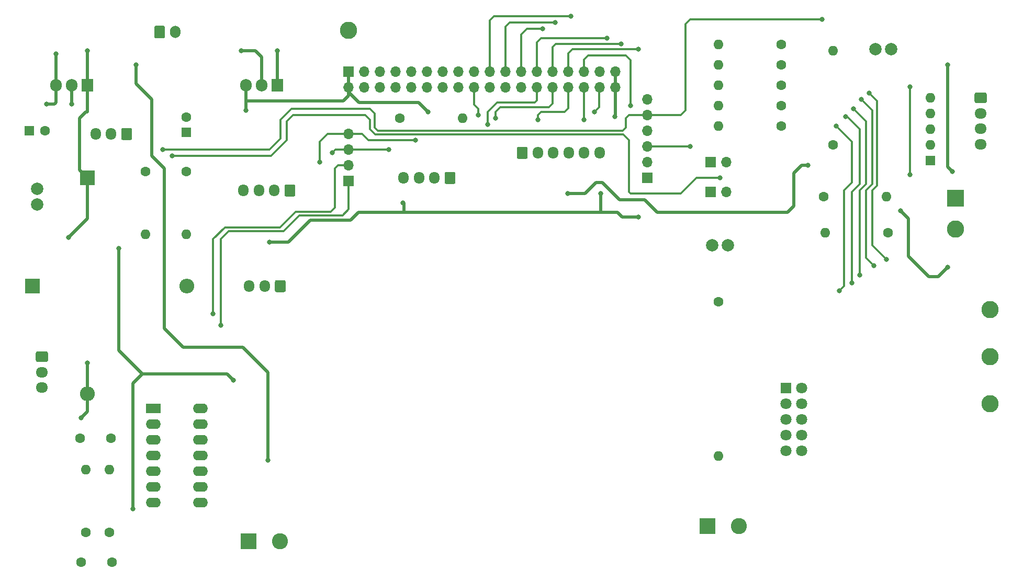
<source format=gtl>
G04 #@! TF.GenerationSoftware,KiCad,Pcbnew,(5.1.5)-3*
G04 #@! TF.CreationDate,2022-04-15T22:29:16+02:00*
G04 #@! TF.ProjectId,Extension Board,45787465-6e73-4696-9f6e-20426f617264,1*
G04 #@! TF.SameCoordinates,Original*
G04 #@! TF.FileFunction,Copper,L1,Top*
G04 #@! TF.FilePolarity,Positive*
%FSLAX46Y46*%
G04 Gerber Fmt 4.6, Leading zero omitted, Abs format (unit mm)*
G04 Created by KiCad (PCBNEW (5.1.5)-3) date 2022-04-15 22:29:16*
%MOMM*%
%LPD*%
G04 APERTURE LIST*
%ADD10O,1.600000X1.600000*%
%ADD11C,1.600000*%
%ADD12O,1.700000X1.700000*%
%ADD13R,1.700000X1.700000*%
%ADD14C,2.600000*%
%ADD15R,2.600000X2.600000*%
%ADD16C,2.800000*%
%ADD17C,1.800000*%
%ADD18R,1.800000X1.800000*%
%ADD19C,2.000000*%
%ADD20R,2.800000X2.800000*%
%ADD21O,1.700000X2.000000*%
%ADD22C,0.100000*%
%ADD23O,1.700000X1.950000*%
%ADD24O,1.950000X1.700000*%
%ADD25O,1.905000X2.000000*%
%ADD26R,1.905000X2.000000*%
%ADD27O,2.400000X1.600000*%
%ADD28R,2.400000X1.600000*%
%ADD29R,1.600000X1.600000*%
%ADD30O,2.400000X2.400000*%
%ADD31R,2.400000X2.400000*%
%ADD32C,0.800000*%
%ADD33C,0.500000*%
%ADD34C,0.300000*%
G04 APERTURE END LIST*
D10*
X170180000Y-44450000D03*
D11*
X170180000Y-59690000D03*
D10*
X151638000Y-110090000D03*
D11*
X151638000Y-85090000D03*
D12*
X91795600Y-57912000D03*
X91795600Y-60452000D03*
X91795600Y-62992000D03*
D13*
X91795600Y-65532000D03*
D12*
X140081000Y-52349400D03*
X140081000Y-54889400D03*
X140081000Y-57429400D03*
X140081000Y-59969400D03*
X140081000Y-62509400D03*
D13*
X140081000Y-65049400D03*
D14*
X154940000Y-121412000D03*
D15*
X149860000Y-121412000D03*
D16*
X195580000Y-86360000D03*
X195580000Y-101600000D03*
X195580000Y-93980000D03*
X91795600Y-41148000D03*
D17*
X165100000Y-109220000D03*
X162560000Y-109220000D03*
X165100000Y-106680000D03*
X162560000Y-106680000D03*
X165100000Y-104140000D03*
X162560000Y-104140000D03*
X165100000Y-101600000D03*
X162560000Y-101600000D03*
X165100000Y-99060000D03*
D18*
X162560000Y-99060000D03*
D19*
X177038000Y-44196000D03*
X179578000Y-44196000D03*
X150622000Y-75946000D03*
X153162000Y-75946000D03*
D16*
X189992000Y-73326000D03*
D20*
X189992000Y-68326000D03*
D14*
X80645000Y-123825000D03*
D15*
X75565000Y-123825000D03*
D21*
X63714000Y-41402000D03*
G04 #@! TA.AperFunction,ComponentPad*
D22*
G36*
X61838504Y-40403204D02*
G01*
X61862773Y-40406804D01*
X61886571Y-40412765D01*
X61909671Y-40421030D01*
X61931849Y-40431520D01*
X61952893Y-40444133D01*
X61972598Y-40458747D01*
X61990777Y-40475223D01*
X62007253Y-40493402D01*
X62021867Y-40513107D01*
X62034480Y-40534151D01*
X62044970Y-40556329D01*
X62053235Y-40579429D01*
X62059196Y-40603227D01*
X62062796Y-40627496D01*
X62064000Y-40652000D01*
X62064000Y-42152000D01*
X62062796Y-42176504D01*
X62059196Y-42200773D01*
X62053235Y-42224571D01*
X62044970Y-42247671D01*
X62034480Y-42269849D01*
X62021867Y-42290893D01*
X62007253Y-42310598D01*
X61990777Y-42328777D01*
X61972598Y-42345253D01*
X61952893Y-42359867D01*
X61931849Y-42372480D01*
X61909671Y-42382970D01*
X61886571Y-42391235D01*
X61862773Y-42397196D01*
X61838504Y-42400796D01*
X61814000Y-42402000D01*
X60614000Y-42402000D01*
X60589496Y-42400796D01*
X60565227Y-42397196D01*
X60541429Y-42391235D01*
X60518329Y-42382970D01*
X60496151Y-42372480D01*
X60475107Y-42359867D01*
X60455402Y-42345253D01*
X60437223Y-42328777D01*
X60420747Y-42310598D01*
X60406133Y-42290893D01*
X60393520Y-42269849D01*
X60383030Y-42247671D01*
X60374765Y-42224571D01*
X60368804Y-42200773D01*
X60365204Y-42176504D01*
X60364000Y-42152000D01*
X60364000Y-40652000D01*
X60365204Y-40627496D01*
X60368804Y-40603227D01*
X60374765Y-40579429D01*
X60383030Y-40556329D01*
X60393520Y-40534151D01*
X60406133Y-40513107D01*
X60420747Y-40493402D01*
X60437223Y-40475223D01*
X60455402Y-40458747D01*
X60475107Y-40444133D01*
X60496151Y-40431520D01*
X60518329Y-40421030D01*
X60541429Y-40412765D01*
X60565227Y-40406804D01*
X60589496Y-40403204D01*
X60614000Y-40402000D01*
X61814000Y-40402000D01*
X61838504Y-40403204D01*
G37*
G04 #@! TD.AperFunction*
D23*
X100704000Y-65024000D03*
X103204000Y-65024000D03*
X105704000Y-65024000D03*
G04 #@! TA.AperFunction,ComponentPad*
D22*
G36*
X108828504Y-64050204D02*
G01*
X108852773Y-64053804D01*
X108876571Y-64059765D01*
X108899671Y-64068030D01*
X108921849Y-64078520D01*
X108942893Y-64091133D01*
X108962598Y-64105747D01*
X108980777Y-64122223D01*
X108997253Y-64140402D01*
X109011867Y-64160107D01*
X109024480Y-64181151D01*
X109034970Y-64203329D01*
X109043235Y-64226429D01*
X109049196Y-64250227D01*
X109052796Y-64274496D01*
X109054000Y-64299000D01*
X109054000Y-65749000D01*
X109052796Y-65773504D01*
X109049196Y-65797773D01*
X109043235Y-65821571D01*
X109034970Y-65844671D01*
X109024480Y-65866849D01*
X109011867Y-65887893D01*
X108997253Y-65907598D01*
X108980777Y-65925777D01*
X108962598Y-65942253D01*
X108942893Y-65956867D01*
X108921849Y-65969480D01*
X108899671Y-65979970D01*
X108876571Y-65988235D01*
X108852773Y-65994196D01*
X108828504Y-65997796D01*
X108804000Y-65999000D01*
X107604000Y-65999000D01*
X107579496Y-65997796D01*
X107555227Y-65994196D01*
X107531429Y-65988235D01*
X107508329Y-65979970D01*
X107486151Y-65969480D01*
X107465107Y-65956867D01*
X107445402Y-65942253D01*
X107427223Y-65925777D01*
X107410747Y-65907598D01*
X107396133Y-65887893D01*
X107383520Y-65866849D01*
X107373030Y-65844671D01*
X107364765Y-65821571D01*
X107358804Y-65797773D01*
X107355204Y-65773504D01*
X107354000Y-65749000D01*
X107354000Y-64299000D01*
X107355204Y-64274496D01*
X107358804Y-64250227D01*
X107364765Y-64226429D01*
X107373030Y-64203329D01*
X107383520Y-64181151D01*
X107396133Y-64160107D01*
X107410747Y-64140402D01*
X107427223Y-64122223D01*
X107445402Y-64105747D01*
X107465107Y-64091133D01*
X107486151Y-64078520D01*
X107508329Y-64068030D01*
X107531429Y-64059765D01*
X107555227Y-64053804D01*
X107579496Y-64050204D01*
X107604000Y-64049000D01*
X108804000Y-64049000D01*
X108828504Y-64050204D01*
G37*
G04 #@! TD.AperFunction*
D23*
X74796000Y-67056000D03*
X77296000Y-67056000D03*
X79796000Y-67056000D03*
G04 #@! TA.AperFunction,ComponentPad*
D22*
G36*
X82920504Y-66082204D02*
G01*
X82944773Y-66085804D01*
X82968571Y-66091765D01*
X82991671Y-66100030D01*
X83013849Y-66110520D01*
X83034893Y-66123133D01*
X83054598Y-66137747D01*
X83072777Y-66154223D01*
X83089253Y-66172402D01*
X83103867Y-66192107D01*
X83116480Y-66213151D01*
X83126970Y-66235329D01*
X83135235Y-66258429D01*
X83141196Y-66282227D01*
X83144796Y-66306496D01*
X83146000Y-66331000D01*
X83146000Y-67781000D01*
X83144796Y-67805504D01*
X83141196Y-67829773D01*
X83135235Y-67853571D01*
X83126970Y-67876671D01*
X83116480Y-67898849D01*
X83103867Y-67919893D01*
X83089253Y-67939598D01*
X83072777Y-67957777D01*
X83054598Y-67974253D01*
X83034893Y-67988867D01*
X83013849Y-68001480D01*
X82991671Y-68011970D01*
X82968571Y-68020235D01*
X82944773Y-68026196D01*
X82920504Y-68029796D01*
X82896000Y-68031000D01*
X81696000Y-68031000D01*
X81671496Y-68029796D01*
X81647227Y-68026196D01*
X81623429Y-68020235D01*
X81600329Y-68011970D01*
X81578151Y-68001480D01*
X81557107Y-67988867D01*
X81537402Y-67974253D01*
X81519223Y-67957777D01*
X81502747Y-67939598D01*
X81488133Y-67919893D01*
X81475520Y-67898849D01*
X81465030Y-67876671D01*
X81456765Y-67853571D01*
X81450804Y-67829773D01*
X81447204Y-67805504D01*
X81446000Y-67781000D01*
X81446000Y-66331000D01*
X81447204Y-66306496D01*
X81450804Y-66282227D01*
X81456765Y-66258429D01*
X81465030Y-66235329D01*
X81475520Y-66213151D01*
X81488133Y-66192107D01*
X81502747Y-66172402D01*
X81519223Y-66154223D01*
X81537402Y-66137747D01*
X81557107Y-66123133D01*
X81578151Y-66110520D01*
X81600329Y-66100030D01*
X81623429Y-66091765D01*
X81647227Y-66085804D01*
X81671496Y-66082204D01*
X81696000Y-66081000D01*
X82896000Y-66081000D01*
X82920504Y-66082204D01*
G37*
G04 #@! TD.AperFunction*
D24*
X194056000Y-59570000D03*
X194056000Y-57070000D03*
X194056000Y-54570000D03*
G04 #@! TA.AperFunction,ComponentPad*
D22*
G36*
X194805504Y-51221204D02*
G01*
X194829773Y-51224804D01*
X194853571Y-51230765D01*
X194876671Y-51239030D01*
X194898849Y-51249520D01*
X194919893Y-51262133D01*
X194939598Y-51276747D01*
X194957777Y-51293223D01*
X194974253Y-51311402D01*
X194988867Y-51331107D01*
X195001480Y-51352151D01*
X195011970Y-51374329D01*
X195020235Y-51397429D01*
X195026196Y-51421227D01*
X195029796Y-51445496D01*
X195031000Y-51470000D01*
X195031000Y-52670000D01*
X195029796Y-52694504D01*
X195026196Y-52718773D01*
X195020235Y-52742571D01*
X195011970Y-52765671D01*
X195001480Y-52787849D01*
X194988867Y-52808893D01*
X194974253Y-52828598D01*
X194957777Y-52846777D01*
X194939598Y-52863253D01*
X194919893Y-52877867D01*
X194898849Y-52890480D01*
X194876671Y-52900970D01*
X194853571Y-52909235D01*
X194829773Y-52915196D01*
X194805504Y-52918796D01*
X194781000Y-52920000D01*
X193331000Y-52920000D01*
X193306496Y-52918796D01*
X193282227Y-52915196D01*
X193258429Y-52909235D01*
X193235329Y-52900970D01*
X193213151Y-52890480D01*
X193192107Y-52877867D01*
X193172402Y-52863253D01*
X193154223Y-52846777D01*
X193137747Y-52828598D01*
X193123133Y-52808893D01*
X193110520Y-52787849D01*
X193100030Y-52765671D01*
X193091765Y-52742571D01*
X193085804Y-52718773D01*
X193082204Y-52694504D01*
X193081000Y-52670000D01*
X193081000Y-51470000D01*
X193082204Y-51445496D01*
X193085804Y-51421227D01*
X193091765Y-51397429D01*
X193100030Y-51374329D01*
X193110520Y-51352151D01*
X193123133Y-51331107D01*
X193137747Y-51311402D01*
X193154223Y-51293223D01*
X193172402Y-51276747D01*
X193192107Y-51262133D01*
X193213151Y-51249520D01*
X193235329Y-51239030D01*
X193258429Y-51230765D01*
X193282227Y-51224804D01*
X193306496Y-51221204D01*
X193331000Y-51220000D01*
X194781000Y-51220000D01*
X194805504Y-51221204D01*
G37*
G04 #@! TD.AperFunction*
D23*
X132388000Y-60960000D03*
X129888000Y-60960000D03*
X127388000Y-60960000D03*
X124888000Y-60960000D03*
X122388000Y-60960000D03*
G04 #@! TA.AperFunction,ComponentPad*
D22*
G36*
X120512504Y-59986204D02*
G01*
X120536773Y-59989804D01*
X120560571Y-59995765D01*
X120583671Y-60004030D01*
X120605849Y-60014520D01*
X120626893Y-60027133D01*
X120646598Y-60041747D01*
X120664777Y-60058223D01*
X120681253Y-60076402D01*
X120695867Y-60096107D01*
X120708480Y-60117151D01*
X120718970Y-60139329D01*
X120727235Y-60162429D01*
X120733196Y-60186227D01*
X120736796Y-60210496D01*
X120738000Y-60235000D01*
X120738000Y-61685000D01*
X120736796Y-61709504D01*
X120733196Y-61733773D01*
X120727235Y-61757571D01*
X120718970Y-61780671D01*
X120708480Y-61802849D01*
X120695867Y-61823893D01*
X120681253Y-61843598D01*
X120664777Y-61861777D01*
X120646598Y-61878253D01*
X120626893Y-61892867D01*
X120605849Y-61905480D01*
X120583671Y-61915970D01*
X120560571Y-61924235D01*
X120536773Y-61930196D01*
X120512504Y-61933796D01*
X120488000Y-61935000D01*
X119288000Y-61935000D01*
X119263496Y-61933796D01*
X119239227Y-61930196D01*
X119215429Y-61924235D01*
X119192329Y-61915970D01*
X119170151Y-61905480D01*
X119149107Y-61892867D01*
X119129402Y-61878253D01*
X119111223Y-61861777D01*
X119094747Y-61843598D01*
X119080133Y-61823893D01*
X119067520Y-61802849D01*
X119057030Y-61780671D01*
X119048765Y-61757571D01*
X119042804Y-61733773D01*
X119039204Y-61709504D01*
X119038000Y-61685000D01*
X119038000Y-60235000D01*
X119039204Y-60210496D01*
X119042804Y-60186227D01*
X119048765Y-60162429D01*
X119057030Y-60139329D01*
X119067520Y-60117151D01*
X119080133Y-60096107D01*
X119094747Y-60076402D01*
X119111223Y-60058223D01*
X119129402Y-60041747D01*
X119149107Y-60027133D01*
X119170151Y-60014520D01*
X119192329Y-60004030D01*
X119215429Y-59995765D01*
X119239227Y-59989804D01*
X119263496Y-59986204D01*
X119288000Y-59985000D01*
X120488000Y-59985000D01*
X120512504Y-59986204D01*
G37*
G04 #@! TD.AperFunction*
D23*
X75732000Y-82550000D03*
X78232000Y-82550000D03*
G04 #@! TA.AperFunction,ComponentPad*
D22*
G36*
X81356504Y-81576204D02*
G01*
X81380773Y-81579804D01*
X81404571Y-81585765D01*
X81427671Y-81594030D01*
X81449849Y-81604520D01*
X81470893Y-81617133D01*
X81490598Y-81631747D01*
X81508777Y-81648223D01*
X81525253Y-81666402D01*
X81539867Y-81686107D01*
X81552480Y-81707151D01*
X81562970Y-81729329D01*
X81571235Y-81752429D01*
X81577196Y-81776227D01*
X81580796Y-81800496D01*
X81582000Y-81825000D01*
X81582000Y-83275000D01*
X81580796Y-83299504D01*
X81577196Y-83323773D01*
X81571235Y-83347571D01*
X81562970Y-83370671D01*
X81552480Y-83392849D01*
X81539867Y-83413893D01*
X81525253Y-83433598D01*
X81508777Y-83451777D01*
X81490598Y-83468253D01*
X81470893Y-83482867D01*
X81449849Y-83495480D01*
X81427671Y-83505970D01*
X81404571Y-83514235D01*
X81380773Y-83520196D01*
X81356504Y-83523796D01*
X81332000Y-83525000D01*
X80132000Y-83525000D01*
X80107496Y-83523796D01*
X80083227Y-83520196D01*
X80059429Y-83514235D01*
X80036329Y-83505970D01*
X80014151Y-83495480D01*
X79993107Y-83482867D01*
X79973402Y-83468253D01*
X79955223Y-83451777D01*
X79938747Y-83433598D01*
X79924133Y-83413893D01*
X79911520Y-83392849D01*
X79901030Y-83370671D01*
X79892765Y-83347571D01*
X79886804Y-83323773D01*
X79883204Y-83299504D01*
X79882000Y-83275000D01*
X79882000Y-81825000D01*
X79883204Y-81800496D01*
X79886804Y-81776227D01*
X79892765Y-81752429D01*
X79901030Y-81729329D01*
X79911520Y-81707151D01*
X79924133Y-81686107D01*
X79938747Y-81666402D01*
X79955223Y-81648223D01*
X79973402Y-81631747D01*
X79993107Y-81617133D01*
X80014151Y-81604520D01*
X80036329Y-81594030D01*
X80059429Y-81585765D01*
X80083227Y-81579804D01*
X80107496Y-81576204D01*
X80132000Y-81575000D01*
X81332000Y-81575000D01*
X81356504Y-81576204D01*
G37*
G04 #@! TD.AperFunction*
D10*
X168910000Y-73914000D03*
D11*
X179070000Y-73914000D03*
D10*
X178816000Y-68072000D03*
D11*
X168656000Y-68072000D03*
D25*
X44450000Y-50038000D03*
X46990000Y-50038000D03*
D26*
X49530000Y-50038000D03*
D25*
X75184000Y-50038000D03*
X77724000Y-50038000D03*
D26*
X80264000Y-50038000D03*
D27*
X67818000Y-102362000D03*
X60198000Y-117602000D03*
X67818000Y-104902000D03*
X60198000Y-115062000D03*
X67818000Y-107442000D03*
X60198000Y-112522000D03*
X67818000Y-109982000D03*
X60198000Y-109982000D03*
X67818000Y-112522000D03*
X60198000Y-107442000D03*
X67818000Y-115062000D03*
X60198000Y-104902000D03*
X67818000Y-117602000D03*
D28*
X60198000Y-102362000D03*
D10*
X185928000Y-52070000D03*
X185928000Y-54610000D03*
X185928000Y-57150000D03*
X185928000Y-59690000D03*
D29*
X185928000Y-62230000D03*
D10*
X58928000Y-74168000D03*
D11*
X58928000Y-64008000D03*
D10*
X65532000Y-74168000D03*
D11*
X65532000Y-64008000D03*
D10*
X49276000Y-112268000D03*
D11*
X49276000Y-122428000D03*
D10*
X53086000Y-112268000D03*
D11*
X53086000Y-122428000D03*
D10*
X110236000Y-55372000D03*
D11*
X100076000Y-55372000D03*
D10*
X151638000Y-56642000D03*
D11*
X161798000Y-56642000D03*
D10*
X151638000Y-53340000D03*
D11*
X161798000Y-53340000D03*
D10*
X151638000Y-50038000D03*
D11*
X161798000Y-50038000D03*
D10*
X151638000Y-46736000D03*
D11*
X161798000Y-46736000D03*
D10*
X151638000Y-43434000D03*
D11*
X161798000Y-43434000D03*
D12*
X152908000Y-67310000D03*
D13*
X150368000Y-67310000D03*
D12*
X152908000Y-62484000D03*
D13*
X150368000Y-62484000D03*
D23*
X50880000Y-57912000D03*
X53380000Y-57912000D03*
G04 #@! TA.AperFunction,ComponentPad*
D22*
G36*
X56504504Y-56938204D02*
G01*
X56528773Y-56941804D01*
X56552571Y-56947765D01*
X56575671Y-56956030D01*
X56597849Y-56966520D01*
X56618893Y-56979133D01*
X56638598Y-56993747D01*
X56656777Y-57010223D01*
X56673253Y-57028402D01*
X56687867Y-57048107D01*
X56700480Y-57069151D01*
X56710970Y-57091329D01*
X56719235Y-57114429D01*
X56725196Y-57138227D01*
X56728796Y-57162496D01*
X56730000Y-57187000D01*
X56730000Y-58637000D01*
X56728796Y-58661504D01*
X56725196Y-58685773D01*
X56719235Y-58709571D01*
X56710970Y-58732671D01*
X56700480Y-58754849D01*
X56687867Y-58775893D01*
X56673253Y-58795598D01*
X56656777Y-58813777D01*
X56638598Y-58830253D01*
X56618893Y-58844867D01*
X56597849Y-58857480D01*
X56575671Y-58867970D01*
X56552571Y-58876235D01*
X56528773Y-58882196D01*
X56504504Y-58885796D01*
X56480000Y-58887000D01*
X55280000Y-58887000D01*
X55255496Y-58885796D01*
X55231227Y-58882196D01*
X55207429Y-58876235D01*
X55184329Y-58867970D01*
X55162151Y-58857480D01*
X55141107Y-58844867D01*
X55121402Y-58830253D01*
X55103223Y-58813777D01*
X55086747Y-58795598D01*
X55072133Y-58775893D01*
X55059520Y-58754849D01*
X55049030Y-58732671D01*
X55040765Y-58709571D01*
X55034804Y-58685773D01*
X55031204Y-58661504D01*
X55030000Y-58637000D01*
X55030000Y-57187000D01*
X55031204Y-57162496D01*
X55034804Y-57138227D01*
X55040765Y-57114429D01*
X55049030Y-57091329D01*
X55059520Y-57069151D01*
X55072133Y-57048107D01*
X55086747Y-57028402D01*
X55103223Y-57010223D01*
X55121402Y-56993747D01*
X55141107Y-56979133D01*
X55162151Y-56966520D01*
X55184329Y-56956030D01*
X55207429Y-56947765D01*
X55231227Y-56941804D01*
X55255496Y-56938204D01*
X55280000Y-56937000D01*
X56480000Y-56937000D01*
X56504504Y-56938204D01*
G37*
G04 #@! TD.AperFunction*
D19*
X41402000Y-66802000D03*
X41402000Y-69342000D03*
D24*
X42164000Y-98980000D03*
X42164000Y-96480000D03*
G04 #@! TA.AperFunction,ComponentPad*
D22*
G36*
X42913504Y-93131204D02*
G01*
X42937773Y-93134804D01*
X42961571Y-93140765D01*
X42984671Y-93149030D01*
X43006849Y-93159520D01*
X43027893Y-93172133D01*
X43047598Y-93186747D01*
X43065777Y-93203223D01*
X43082253Y-93221402D01*
X43096867Y-93241107D01*
X43109480Y-93262151D01*
X43119970Y-93284329D01*
X43128235Y-93307429D01*
X43134196Y-93331227D01*
X43137796Y-93355496D01*
X43139000Y-93380000D01*
X43139000Y-94580000D01*
X43137796Y-94604504D01*
X43134196Y-94628773D01*
X43128235Y-94652571D01*
X43119970Y-94675671D01*
X43109480Y-94697849D01*
X43096867Y-94718893D01*
X43082253Y-94738598D01*
X43065777Y-94756777D01*
X43047598Y-94773253D01*
X43027893Y-94787867D01*
X43006849Y-94800480D01*
X42984671Y-94810970D01*
X42961571Y-94819235D01*
X42937773Y-94825196D01*
X42913504Y-94828796D01*
X42889000Y-94830000D01*
X41439000Y-94830000D01*
X41414496Y-94828796D01*
X41390227Y-94825196D01*
X41366429Y-94819235D01*
X41343329Y-94810970D01*
X41321151Y-94800480D01*
X41300107Y-94787867D01*
X41280402Y-94773253D01*
X41262223Y-94756777D01*
X41245747Y-94738598D01*
X41231133Y-94718893D01*
X41218520Y-94697849D01*
X41208030Y-94675671D01*
X41199765Y-94652571D01*
X41193804Y-94628773D01*
X41190204Y-94604504D01*
X41189000Y-94580000D01*
X41189000Y-93380000D01*
X41190204Y-93355496D01*
X41193804Y-93331227D01*
X41199765Y-93307429D01*
X41208030Y-93284329D01*
X41218520Y-93262151D01*
X41231133Y-93241107D01*
X41245747Y-93221402D01*
X41262223Y-93203223D01*
X41280402Y-93186747D01*
X41300107Y-93172133D01*
X41321151Y-93159520D01*
X41343329Y-93149030D01*
X41366429Y-93140765D01*
X41390227Y-93134804D01*
X41414496Y-93131204D01*
X41439000Y-93130000D01*
X42889000Y-93130000D01*
X42913504Y-93131204D01*
G37*
G04 #@! TD.AperFunction*
D11*
X42632000Y-57404000D03*
D29*
X40132000Y-57404000D03*
D11*
X65532000Y-55158000D03*
D29*
X65532000Y-57658000D03*
D30*
X49530000Y-100024000D03*
D31*
X49530000Y-65024000D03*
D30*
X65640000Y-82550000D03*
D31*
X40640000Y-82550000D03*
D11*
X53514000Y-127254000D03*
X48514000Y-127254000D03*
X48340000Y-107188000D03*
X53340000Y-107188000D03*
D12*
X134980000Y-50340000D03*
X134980000Y-47800000D03*
X132440000Y-50340000D03*
X132440000Y-47800000D03*
X129900000Y-50340000D03*
X129900000Y-47800000D03*
X127360000Y-50340000D03*
X127360000Y-47800000D03*
X124820000Y-50340000D03*
X124820000Y-47800000D03*
X122280000Y-50340000D03*
X122280000Y-47800000D03*
X119740000Y-50340000D03*
X119740000Y-47800000D03*
X117200000Y-50340000D03*
X117200000Y-47800000D03*
X114660000Y-50340000D03*
X114660000Y-47800000D03*
X112120000Y-50340000D03*
X112120000Y-47800000D03*
X109580000Y-50340000D03*
X109580000Y-47800000D03*
X107040000Y-50340000D03*
X107040000Y-47800000D03*
X104500000Y-50340000D03*
X104500000Y-47800000D03*
X101960000Y-50340000D03*
X101960000Y-47800000D03*
X99420000Y-50340000D03*
X99420000Y-47800000D03*
X96880000Y-50340000D03*
X96880000Y-47800000D03*
X94340000Y-50340000D03*
X94340000Y-47800000D03*
X91800000Y-50340000D03*
D13*
X91800000Y-47800000D03*
D32*
X75184000Y-54102000D03*
X104648000Y-54356000D03*
X73152000Y-97790000D03*
X56896000Y-118618000D03*
X54610000Y-76454000D03*
X166116000Y-62992000D03*
X127254000Y-67564000D03*
X134874000Y-55118000D03*
X49530000Y-94996000D03*
X48514000Y-103886000D03*
X138684000Y-71374000D03*
X78994000Y-75438000D03*
X74422000Y-44450000D03*
X46990000Y-53086000D03*
X100584000Y-69088000D03*
X132588000Y-67564000D03*
X181102000Y-70358000D03*
X188722000Y-79502000D03*
X71120000Y-88900000D03*
X69850000Y-86995000D03*
X89154000Y-60960000D03*
X98298000Y-60452000D03*
X87122000Y-62484000D03*
X102616000Y-58928000D03*
X131572000Y-54356000D03*
X137414000Y-53340000D03*
X129900000Y-55626000D03*
X115570000Y-55372000D03*
X133604000Y-42418000D03*
X114300000Y-56388000D03*
X168402000Y-39370000D03*
X61722000Y-60452000D03*
X147066000Y-59944000D03*
X138684000Y-44196000D03*
X46482000Y-74676000D03*
X80264000Y-44450000D03*
X49530000Y-44450000D03*
X42926000Y-53086000D03*
X44450000Y-44958000D03*
X188722000Y-46736000D03*
X189484000Y-64008000D03*
X151892000Y-65024000D03*
X63246000Y-61468000D03*
X170688000Y-56641999D03*
X171196000Y-83312000D03*
X172212000Y-55118000D03*
X173228000Y-82042000D03*
X173482000Y-53848000D03*
X174498000Y-80772000D03*
X174752000Y-52324000D03*
X176784000Y-79248000D03*
X176022000Y-51308000D03*
X178816000Y-78232000D03*
X135890000Y-43346000D03*
X182626000Y-64516000D03*
X182626000Y-50292000D03*
X123190000Y-40894000D03*
X125222000Y-39878000D03*
X127762000Y-38862000D03*
X122428000Y-55626000D03*
X112776000Y-54864000D03*
X78740000Y-110744000D03*
X57404000Y-46736000D03*
D33*
X91800000Y-47800000D02*
X91800000Y-50340000D01*
X91800000Y-50340000D02*
X91800000Y-51710000D01*
X91800000Y-51710000D02*
X90932000Y-52578000D01*
X90932000Y-52578000D02*
X75184000Y-52578000D01*
X75184000Y-54102000D02*
X75184000Y-52578000D01*
X75184000Y-52578000D02*
X75184000Y-50038000D01*
X104648000Y-54356000D02*
X103124000Y-52832000D01*
X103124000Y-52832000D02*
X93472000Y-52832000D01*
X93472000Y-52832000D02*
X91800000Y-51160000D01*
X91800000Y-51160000D02*
X91800000Y-50340000D01*
X56896000Y-98298000D02*
X56896000Y-118618000D01*
X58420000Y-96774000D02*
X56896000Y-98298000D01*
X72136000Y-96774000D02*
X58420000Y-96774000D01*
X73152000Y-97790000D02*
X72136000Y-96774000D01*
X54610000Y-92964000D02*
X58420000Y-96774000D01*
X54610000Y-76454000D02*
X54610000Y-92964000D01*
X130048000Y-67564000D02*
X127254000Y-67564000D01*
X131826000Y-65786000D02*
X130048000Y-67564000D01*
X132842000Y-65786000D02*
X131826000Y-65786000D01*
X135636000Y-68580000D02*
X132842000Y-65786000D01*
X139700000Y-68580000D02*
X135636000Y-68580000D01*
X141732000Y-70612000D02*
X139700000Y-68580000D01*
X165100000Y-62992000D02*
X163830000Y-64262000D01*
X166116000Y-62992000D02*
X165100000Y-62992000D01*
X163830000Y-64262000D02*
X163830000Y-69596000D01*
X163830000Y-69596000D02*
X162814000Y-70612000D01*
X162814000Y-70612000D02*
X141732000Y-70612000D01*
X134980000Y-47800000D02*
X134980000Y-50340000D01*
X134980000Y-50340000D02*
X134980000Y-55012000D01*
X49530000Y-100024000D02*
X49530000Y-94996000D01*
X49530000Y-102870000D02*
X49530000Y-100024000D01*
X48514000Y-103886000D02*
X49530000Y-102870000D01*
X46736000Y-50800000D02*
X47498000Y-50038000D01*
X77724000Y-45466000D02*
X77724000Y-50038000D01*
X74422000Y-44450000D02*
X76708000Y-44450000D01*
X76708000Y-44450000D02*
X77724000Y-45466000D01*
X46990000Y-50038000D02*
X46990000Y-53086000D01*
X100711000Y-69215000D02*
X100584000Y-69088000D01*
X78994000Y-75438000D02*
X82042000Y-75438000D01*
X82042000Y-75438000D02*
X85598000Y-71882000D01*
X182372000Y-71628000D02*
X181102000Y-70358000D01*
X182372000Y-77724000D02*
X182372000Y-71628000D01*
X185674000Y-81026000D02*
X182372000Y-77724000D01*
X188722000Y-79502000D02*
X187198000Y-81026000D01*
X187198000Y-81026000D02*
X185674000Y-81026000D01*
X131165600Y-70612000D02*
X100711000Y-70612000D01*
X100711000Y-70612000D02*
X100711000Y-69215000D01*
X85598000Y-71882000D02*
X92075000Y-71882000D01*
X93345000Y-70612000D02*
X100711000Y-70612000D01*
X92075000Y-71882000D02*
X93345000Y-70612000D01*
X135331200Y-70612000D02*
X136093200Y-71374000D01*
X131165600Y-70612000D02*
X135331200Y-70612000D01*
X138684000Y-71374000D02*
X136093200Y-71374000D01*
X132588000Y-70612000D02*
X132588000Y-67564000D01*
D34*
X71120000Y-74930000D02*
X71120000Y-88900000D01*
X72390000Y-73660000D02*
X71120000Y-74930000D01*
X81280000Y-73660000D02*
X72390000Y-73660000D01*
X91795600Y-65633600D02*
X91795600Y-70129400D01*
X91795600Y-70129400D02*
X90805000Y-71120000D01*
X91694000Y-65532000D02*
X91795600Y-65633600D01*
X90805000Y-71120000D02*
X83820000Y-71120000D01*
X83820000Y-71120000D02*
X81280000Y-73660000D01*
X69850000Y-74930000D02*
X69850000Y-86995000D01*
X71755000Y-73025000D02*
X69850000Y-74930000D01*
X80645000Y-73025000D02*
X71755000Y-73025000D01*
X83185000Y-70485000D02*
X80645000Y-73025000D01*
X91694000Y-62992000D02*
X90043000Y-62992000D01*
X90043000Y-62992000D02*
X89535000Y-63500000D01*
X89535000Y-63500000D02*
X89535000Y-69850000D01*
X88900000Y-70485000D02*
X83185000Y-70485000D01*
X89535000Y-69850000D02*
X88900000Y-70485000D01*
X91694000Y-60452000D02*
X89662000Y-60452000D01*
X89662000Y-60452000D02*
X89154000Y-60960000D01*
X91770200Y-60452000D02*
X98374200Y-60452000D01*
X87122000Y-62484000D02*
X87122000Y-59182000D01*
X88392000Y-57912000D02*
X91694000Y-57912000D01*
X87122000Y-59182000D02*
X88392000Y-57912000D01*
X91694000Y-57912000D02*
X93980000Y-57912000D01*
X93980000Y-57912000D02*
X94996000Y-58928000D01*
X94996000Y-58928000D02*
X102616000Y-58928000D01*
X131572000Y-54356000D02*
X132334000Y-53594000D01*
X132334000Y-53594000D02*
X132334000Y-50446000D01*
X130556000Y-45212000D02*
X136652000Y-45212000D01*
X136652000Y-45212000D02*
X137414000Y-45974000D01*
X137414000Y-45974000D02*
X137414000Y-53340000D01*
X129900000Y-45868000D02*
X129900000Y-47800000D01*
X130556000Y-45212000D02*
X129900000Y-45868000D01*
X130048000Y-60800000D02*
X129888000Y-60960000D01*
X129900000Y-50340000D02*
X129900000Y-55626000D01*
X124820000Y-52980000D02*
X124820000Y-50340000D01*
X124206000Y-53594000D02*
X124820000Y-52980000D01*
X116332000Y-53594000D02*
X124206000Y-53594000D01*
X115570000Y-55372000D02*
X115570000Y-54356000D01*
X115570000Y-54356000D02*
X116332000Y-53594000D01*
X122280000Y-43074000D02*
X122280000Y-47800000D01*
X133604000Y-42418000D02*
X122936000Y-42418000D01*
X122936000Y-42418000D02*
X122280000Y-43074000D01*
X151638000Y-56642000D02*
X151892000Y-56642000D01*
X122280000Y-52472000D02*
X122280000Y-50340000D01*
X121920000Y-52832000D02*
X122280000Y-52472000D01*
X115824000Y-52832000D02*
X121920000Y-52832000D01*
X114300000Y-56388000D02*
X114300000Y-54356000D01*
X114300000Y-54356000D02*
X115824000Y-52832000D01*
X145542000Y-54864000D02*
X140081000Y-54864000D01*
X146304000Y-54102000D02*
X145542000Y-54864000D01*
X146304000Y-40132000D02*
X146304000Y-54102000D01*
X168402000Y-39370000D02*
X147066000Y-39370000D01*
X147066000Y-39370000D02*
X146304000Y-40132000D01*
X136652000Y-56896000D02*
X136652000Y-55372000D01*
X136144000Y-57404000D02*
X136652000Y-56896000D01*
X96520000Y-57404000D02*
X136144000Y-57404000D01*
X96012000Y-56896000D02*
X96520000Y-57404000D01*
X96012000Y-54610000D02*
X96012000Y-56896000D01*
X95250000Y-53848000D02*
X96012000Y-54610000D01*
X137160000Y-54864000D02*
X140081000Y-54864000D01*
X80772000Y-55626000D02*
X82550000Y-53848000D01*
X136652000Y-55372000D02*
X137160000Y-54864000D01*
X61722000Y-60452000D02*
X78994000Y-60452000D01*
X78994000Y-60452000D02*
X80772000Y-58674000D01*
X80772000Y-58674000D02*
X80772000Y-55626000D01*
X82550000Y-53848000D02*
X95250000Y-53848000D01*
X140081000Y-59944000D02*
X147066000Y-59944000D01*
X138684000Y-44196000D02*
X128016000Y-44196000D01*
X127360000Y-44852000D02*
X127360000Y-47800000D01*
X128016000Y-44196000D02*
X127360000Y-44852000D01*
D33*
X49530000Y-65024000D02*
X49530000Y-71628000D01*
X49530000Y-71628000D02*
X46482000Y-74676000D01*
X63968000Y-41656000D02*
X63754000Y-41442000D01*
X80264000Y-44450000D02*
X80264000Y-50038000D01*
X49530000Y-44450000D02*
X49530000Y-50038000D01*
X49530000Y-50038000D02*
X49530000Y-54356000D01*
X49530000Y-54356000D02*
X49276000Y-54356000D01*
X49276000Y-54356000D02*
X48260000Y-55372000D01*
X48260000Y-63754000D02*
X49530000Y-65024000D01*
X48260000Y-55372000D02*
X48260000Y-63754000D01*
X44196000Y-53086000D02*
X42926000Y-53086000D01*
X44450000Y-52832000D02*
X44196000Y-53086000D01*
X44450000Y-50546000D02*
X44450000Y-52832000D01*
X44450000Y-50038000D02*
X44450000Y-44958000D01*
X188722000Y-63246000D02*
X188722000Y-46736000D01*
X189484000Y-64008000D02*
X188722000Y-63246000D01*
D34*
X148082000Y-65024000D02*
X151892000Y-65024000D01*
X145542000Y-67564000D02*
X148082000Y-65024000D01*
X137414000Y-67564000D02*
X145542000Y-67564000D01*
X137160000Y-67310000D02*
X137414000Y-67564000D01*
X137160000Y-58928000D02*
X137160000Y-67310000D01*
X136236010Y-58004010D02*
X137160000Y-58928000D01*
X96104010Y-58004010D02*
X136236010Y-58004010D01*
X95250000Y-57150000D02*
X96104010Y-58004010D01*
X95250000Y-55626000D02*
X95250000Y-57150000D01*
X94488000Y-54864000D02*
X95250000Y-55626000D01*
X63246000Y-61468000D02*
X79248000Y-61468000D01*
X82804000Y-54864000D02*
X94488000Y-54864000D01*
X81788000Y-55880000D02*
X82804000Y-54864000D01*
X81788000Y-58928000D02*
X81788000Y-55880000D01*
X79248000Y-61468000D02*
X81788000Y-58928000D01*
X173228000Y-59181999D02*
X170688000Y-56641999D01*
X171196000Y-83312000D02*
X171958000Y-82550000D01*
X173228000Y-65786000D02*
X173228000Y-59181999D01*
X171958000Y-82550000D02*
X171958000Y-67056000D01*
X171958000Y-67056000D02*
X173228000Y-65786000D01*
X172466000Y-55118000D02*
X172212000Y-55118000D01*
X174498000Y-57150000D02*
X172466000Y-55118000D01*
X173228000Y-82042000D02*
X173228000Y-67310000D01*
X174498000Y-66040000D02*
X174498000Y-57150000D01*
X173228000Y-67310000D02*
X174498000Y-66040000D01*
X174498000Y-67056000D02*
X175514000Y-66040000D01*
X174498000Y-80772000D02*
X174498000Y-67056000D01*
X175514000Y-66040000D02*
X175514000Y-55880000D01*
X175514000Y-55880000D02*
X173482000Y-53848000D01*
X176530000Y-54102000D02*
X174752000Y-52324000D01*
X176530000Y-66040000D02*
X176530000Y-54102000D01*
X175514000Y-67056000D02*
X176530000Y-66040000D01*
X176784000Y-79248000D02*
X175514000Y-77978000D01*
X175514000Y-77978000D02*
X175514000Y-67056000D01*
X177292000Y-52578000D02*
X176022000Y-51308000D01*
X177292000Y-66294000D02*
X177292000Y-52578000D01*
X176530000Y-67056000D02*
X177292000Y-66294000D01*
X178816000Y-78232000D02*
X176530000Y-75946000D01*
X176530000Y-75946000D02*
X176530000Y-67056000D01*
X135890000Y-43346000D02*
X125310000Y-43346000D01*
X124820000Y-43836000D02*
X124820000Y-47800000D01*
X125310000Y-43346000D02*
X124820000Y-43836000D01*
X182626000Y-50292000D02*
X182626000Y-64516000D01*
X119740000Y-41804000D02*
X119740000Y-47800000D01*
X120650000Y-40894000D02*
X119740000Y-41804000D01*
X123190000Y-40894000D02*
X120650000Y-40894000D01*
X185460000Y-57190000D02*
X185420000Y-57150000D01*
X117200000Y-40534000D02*
X117200000Y-47800000D01*
X117856000Y-39878000D02*
X117200000Y-40534000D01*
X125222000Y-39878000D02*
X117856000Y-39878000D01*
X185500000Y-54690000D02*
X185420000Y-54610000D01*
X114660000Y-39518000D02*
X114660000Y-47800000D01*
X127762000Y-38862000D02*
X115316000Y-38862000D01*
X115316000Y-38862000D02*
X114660000Y-39518000D01*
X127360000Y-53742000D02*
X127360000Y-50340000D01*
X126746000Y-54356000D02*
X127360000Y-53742000D01*
X122936000Y-54356000D02*
X126746000Y-54356000D01*
X122428000Y-54864000D02*
X122936000Y-54356000D01*
X122428000Y-55880000D02*
X122428000Y-55626000D01*
X122428000Y-55626000D02*
X122428000Y-54864000D01*
X112776000Y-54864000D02*
X112776000Y-53848000D01*
X112776000Y-53848000D02*
X112120000Y-53192000D01*
X112120000Y-53192000D02*
X112120000Y-50340000D01*
D33*
X78740000Y-96520000D02*
X78740000Y-110744000D01*
X74676000Y-92456000D02*
X78740000Y-96520000D01*
X65024000Y-92456000D02*
X74676000Y-92456000D01*
X61976000Y-89408000D02*
X65024000Y-92456000D01*
X57404000Y-49784000D02*
X59944000Y-52324000D01*
X57404000Y-46736000D02*
X57404000Y-49784000D01*
X59944000Y-52324000D02*
X59944000Y-61468000D01*
X59944000Y-61468000D02*
X61976000Y-63500000D01*
X61976000Y-63500000D02*
X61976000Y-89408000D01*
M02*

</source>
